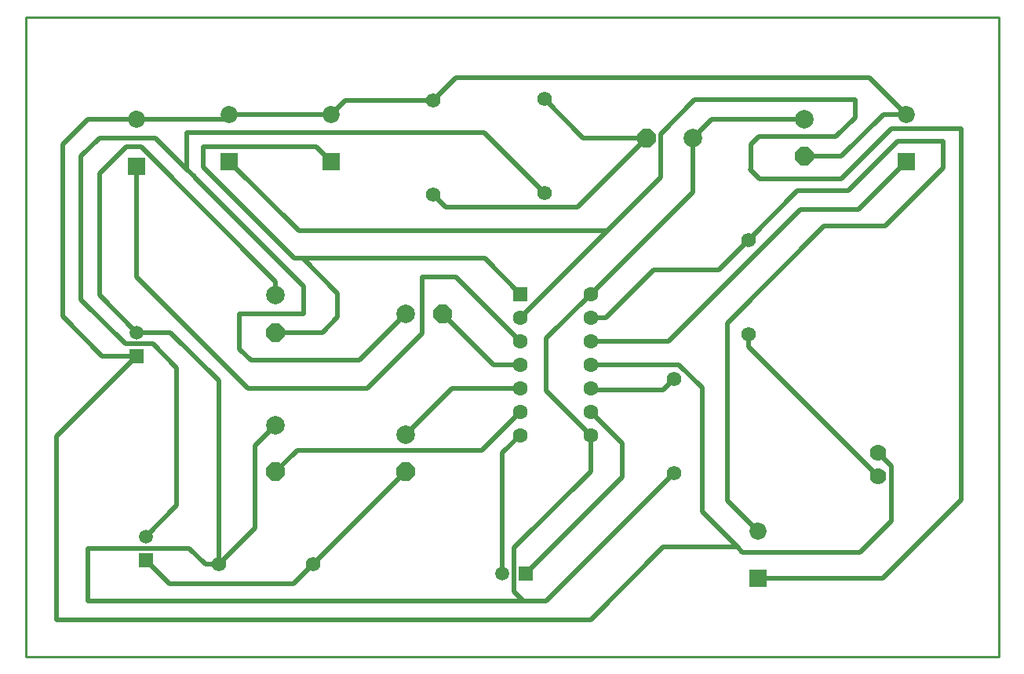
<source format=gbl>
G04 Layer_Physical_Order=2*
G04 Layer_Color=16711680*
%FSLAX44Y44*%
%MOMM*%
G71*
G01*
G75*
%ADD10C,2.0000*%
%ADD11P,2.1648X8X22.5*%
%ADD12C,1.5748*%
%ADD13C,1.6000*%
%ADD14C,1.6000*%
%ADD15R,1.6000X1.6000*%
%ADD16P,2.1648X8X112.5*%
%ADD17C,1.5000*%
%ADD18R,1.5000X1.5000*%
%ADD19C,1.8500*%
%ADD20R,1.8500X1.8500*%
%ADD21R,1.5000X1.5000*%
%ADD22C,1.7780*%
%ADD23C,0.2540*%
%ADD24C,0.5000*%
D10*
X720000Y460000D02*
D03*
X270000Y290000D02*
D03*
Y150000D02*
D03*
X410000Y270000D02*
D03*
X840000Y480000D02*
D03*
X410001Y140000D02*
D03*
D11*
X670000Y460000D02*
D03*
X450000Y270000D02*
D03*
D12*
X560000Y400000D02*
D03*
Y501600D02*
D03*
X310000Y-0D02*
D03*
X208400D02*
D03*
X700000Y98400D02*
D03*
Y200000D02*
D03*
X440000Y398400D02*
D03*
Y500000D02*
D03*
X780000Y350000D02*
D03*
Y248400D02*
D03*
D13*
X610000Y139200D02*
D03*
Y164600D02*
D03*
Y190000D02*
D03*
Y215400D02*
D03*
Y240800D02*
D03*
Y266200D02*
D03*
Y291600D02*
D03*
D14*
X533800Y139200D02*
D03*
Y164600D02*
D03*
Y190000D02*
D03*
Y215400D02*
D03*
Y240800D02*
D03*
Y266200D02*
D03*
D15*
Y291600D02*
D03*
D16*
X270000Y250000D02*
D03*
Y100000D02*
D03*
X840000Y440000D02*
D03*
X410001Y100000D02*
D03*
D17*
X514600Y-10000D02*
D03*
X130000Y30000D02*
D03*
X120000Y250000D02*
D03*
D18*
X540000Y-10000D02*
D03*
D19*
X790000Y35400D02*
D03*
X120000Y480000D02*
D03*
X220000Y485400D02*
D03*
X330000D02*
D03*
X950000Y485400D02*
D03*
D20*
X790000Y-15400D02*
D03*
X120000Y429200D02*
D03*
X220000Y434600D02*
D03*
X330000D02*
D03*
X950000Y434600D02*
D03*
D21*
X130000Y4600D02*
D03*
X120000Y224600D02*
D03*
D22*
X920000Y94600D02*
D03*
Y120000D02*
D03*
D23*
X1050000Y-100000D02*
Y590000D01*
X0D02*
X1050000D01*
X0Y-100000D02*
X1050000D01*
X0D02*
Y590000D01*
D24*
X747672Y317672D02*
X780000Y350000D01*
X833016Y403016D01*
X861618Y364662D02*
X927460D01*
X757224Y260268D02*
X861618Y364662D01*
X757224Y68176D02*
Y260268D01*
X898350Y382950D02*
X950000Y434600D01*
X836218Y382950D02*
X898350D01*
X694068Y240800D02*
X836218Y382950D01*
X610000Y240800D02*
X694068D01*
X514600Y120000D02*
X533800Y139200D01*
X514600Y-10000D02*
Y120000D01*
X368948Y190000D02*
X427532Y248584D01*
X240000Y190000D02*
X368948D01*
X120000Y310000D02*
X240000Y190000D01*
X120000Y310000D02*
Y429200D01*
X780000Y234600D02*
Y248400D01*
Y234600D02*
X920000Y94600D01*
X560000Y501600D02*
X601600Y460000D01*
X670000D01*
X595490Y385490D02*
X670000Y460000D01*
X452910Y385490D02*
X595490D01*
X440000Y398400D02*
X452910Y385490D01*
X460001Y190000D02*
X533800D01*
X410001Y140000D02*
X460001Y190000D01*
X504600Y215400D02*
X533800D01*
X450000Y270000D02*
X504600Y215400D01*
X310000Y-0D02*
X410001Y100000D01*
X720000Y460000D02*
X740000Y480000D01*
X720000Y401600D02*
Y460000D01*
X610000Y291600D02*
X720000Y401600D01*
X561991Y243590D02*
X610000Y291600D01*
X561991Y187209D02*
Y243590D01*
Y187209D02*
X610000Y139200D01*
X247526Y127526D02*
X270000Y150000D01*
X247526Y39125D02*
Y127526D01*
X208400Y-0D02*
X247526Y39125D01*
X120000Y250000D02*
X156114D01*
X208400Y197714D01*
Y-0D02*
Y197714D01*
X464682Y524682D02*
X910718D01*
X440000Y500000D02*
X464682Y524682D01*
X344600Y500000D02*
X440000D01*
X330000Y485400D02*
X344600Y500000D01*
X220000Y485400D02*
X330000D01*
X934008Y46400D02*
Y105992D01*
X920000Y120000D02*
X934008Y105992D01*
X610000Y-60000D02*
X688206Y18206D01*
X67200Y480000D02*
X120000D01*
X40000Y452800D02*
X67200Y480000D01*
X40000Y267200D02*
Y452800D01*
Y267200D02*
X82600Y224600D01*
X120000D01*
X294600Y360000D02*
X627600D01*
X220000Y434600D02*
X294600Y360000D01*
X494500Y465500D02*
X560000Y400000D01*
X298972Y330000D02*
X495400D01*
X533800Y291600D01*
X314029Y450571D02*
X330000Y434600D01*
X336600Y266600D02*
Y292372D01*
X320000Y250000D02*
X336600Y266600D01*
X270000Y250000D02*
X320000D01*
X359882Y219882D02*
X410000Y270000D01*
X80000Y460000D02*
X140000D01*
X60000Y440000D02*
X80000Y460000D01*
X60000Y285408D02*
Y440000D01*
Y285408D02*
X107948Y237460D01*
X137412D01*
X163118Y211754D01*
Y63118D02*
Y211754D01*
X130000Y30000D02*
X163118Y63118D01*
X80000Y421249D02*
X108751Y450000D01*
X80000Y290000D02*
Y421249D01*
Y290000D02*
X120000Y250000D01*
X561600Y-40000D02*
X700000Y98400D01*
X194024Y-0D02*
X208400D01*
X685088Y417488D02*
Y463976D01*
X627600Y360000D02*
X685088Y417488D01*
X533800Y266200D02*
X627600Y360000D01*
X298972Y330000D02*
X336600Y292372D01*
X537554Y-40000D02*
X561600D01*
X688206Y18206D02*
X768400D01*
X290000Y330000D02*
X298972D01*
X191832Y450571D02*
X314029D01*
X191832Y428168D02*
X290000Y330000D01*
X191832Y428168D02*
Y450571D01*
X182168Y417240D02*
Y417832D01*
Y417240D02*
X300000Y299408D01*
X464600Y310000D02*
X533800Y240800D01*
X427532Y248584D02*
Y310000D01*
X464600D01*
X740000Y480000D02*
X840000D01*
X925040Y-15400D02*
X1010000Y69560D01*
Y470000D01*
X927460Y364662D02*
X990000Y427202D01*
X610000Y100000D02*
Y139200D01*
X990000Y427202D02*
Y456000D01*
X833016Y403016D02*
X888016D01*
X941000Y456000D01*
X990000D01*
X270000Y100000D02*
X293000Y123000D01*
X492200D01*
X533800Y164600D01*
X757224Y68176D02*
X790000Y35400D01*
Y-15400D02*
X925040D01*
X768400Y18206D02*
X773606Y13000D01*
X900608D01*
X934008Y46400D01*
X527354Y17354D02*
X610000Y100000D01*
X527354Y-29800D02*
X537554Y-40000D01*
X527354Y-29800D02*
Y17354D01*
X300000Y270000D02*
Y299408D01*
X231000Y270000D02*
X300000D01*
X231000Y232000D02*
Y270000D01*
Y232000D02*
X243118Y219882D01*
X359882D01*
X176834Y17190D02*
X194024Y-0D01*
X33000Y137600D02*
X120000Y224600D01*
X879936Y416000D02*
X879936Y416000D01*
X33000Y-60000D02*
Y137600D01*
Y-60000D02*
X610000D01*
X67000Y-40000D02*
X537554D01*
X67000D02*
Y17190D01*
X176834D01*
X130000Y4600D02*
X155600Y-21000D01*
X289000D01*
X310000Y-0D01*
X730000Y56606D02*
X768400Y18206D01*
X730000Y56606D02*
Y190300D01*
X704900Y215400D02*
X730000Y190300D01*
X610000Y215400D02*
X704900D01*
X610000Y190000D02*
X612000Y188000D01*
X688000D01*
X700000Y200000D01*
X910718Y524682D02*
X950000Y485400D01*
X879936Y416000D02*
X933936Y470000D01*
X1010000D01*
X894963Y481963D02*
Y500963D01*
X840000Y440000D02*
X880000D01*
X925400Y485400D01*
X950000D01*
X782000Y426000D02*
X783000Y427000D01*
X791000Y461000D02*
X874000D01*
X894963Y481963D01*
X792000Y416000D02*
X879936D01*
X782000Y426000D02*
X792000Y416000D01*
X540000Y-10000D02*
X644000Y94000D01*
Y130600D01*
X610000Y164600D02*
X644000Y130600D01*
X108751Y450000D02*
X125000D01*
X270000Y305000D01*
Y290000D02*
Y305000D01*
X610000Y266200D02*
X626200D01*
X677672Y317672D01*
X747672D01*
X783000Y427000D02*
Y453000D01*
X791000Y461000D01*
X685088Y463976D02*
X722075Y500963D01*
X894963D01*
X120000Y480000D02*
X214600D01*
X220000Y485400D01*
X140000Y460000D02*
X174000Y426000D01*
X182168Y417832D01*
X174000Y426000D02*
Y465500D01*
X494500D01*
M02*

</source>
